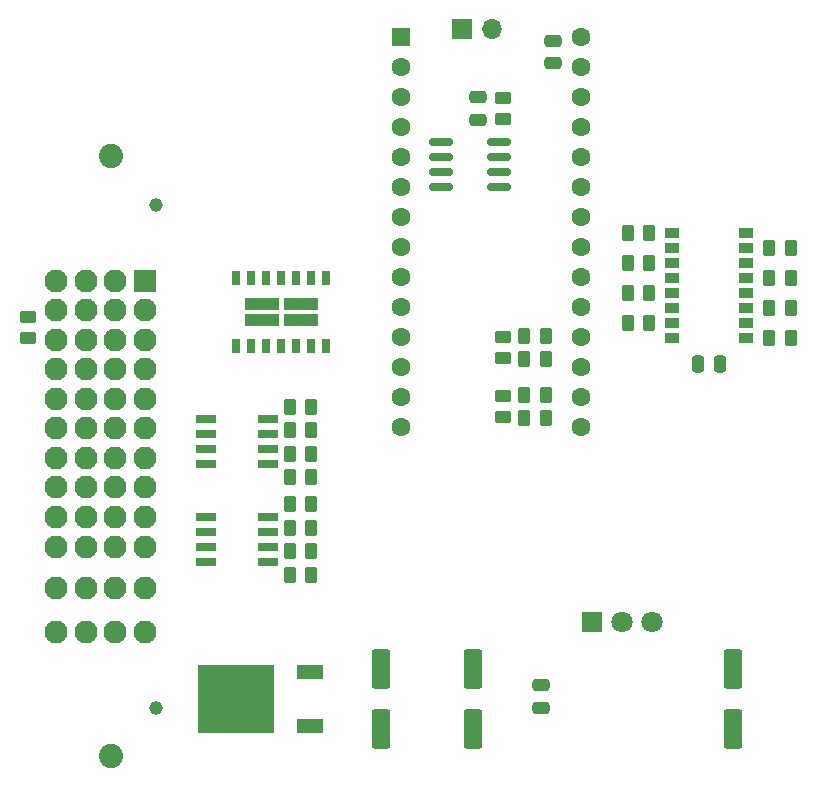
<source format=gbr>
%TF.GenerationSoftware,KiCad,Pcbnew,6.0.7+dfsg-1build1*%
%TF.CreationDate,2023-01-16T17:35:33+01:00*%
%TF.ProjectId,JoeMBMS_V2.2,4a6f654d-424d-4535-9f56-322e322e6b69,rev?*%
%TF.SameCoordinates,Original*%
%TF.FileFunction,Soldermask,Top*%
%TF.FilePolarity,Negative*%
%FSLAX46Y46*%
G04 Gerber Fmt 4.6, Leading zero omitted, Abs format (unit mm)*
G04 Created by KiCad (PCBNEW 6.0.7+dfsg-1build1) date 2023-01-16 17:35:33*
%MOMM*%
%LPD*%
G01*
G04 APERTURE LIST*
G04 Aperture macros list*
%AMRoundRect*
0 Rectangle with rounded corners*
0 $1 Rounding radius*
0 $2 $3 $4 $5 $6 $7 $8 $9 X,Y pos of 4 corners*
0 Add a 4 corners polygon primitive as box body*
4,1,4,$2,$3,$4,$5,$6,$7,$8,$9,$2,$3,0*
0 Add four circle primitives for the rounded corners*
1,1,$1+$1,$2,$3*
1,1,$1+$1,$4,$5*
1,1,$1+$1,$6,$7*
1,1,$1+$1,$8,$9*
0 Add four rect primitives between the rounded corners*
20,1,$1+$1,$2,$3,$4,$5,0*
20,1,$1+$1,$4,$5,$6,$7,0*
20,1,$1+$1,$6,$7,$8,$9,0*
20,1,$1+$1,$8,$9,$2,$3,0*%
G04 Aperture macros list end*
%ADD10RoundRect,0.250000X-0.550000X1.412500X-0.550000X-1.412500X0.550000X-1.412500X0.550000X1.412500X0*%
%ADD11RoundRect,0.250000X0.475000X-0.250000X0.475000X0.250000X-0.475000X0.250000X-0.475000X-0.250000X0*%
%ADD12RoundRect,0.249998X0.262502X0.450002X-0.262502X0.450002X-0.262502X-0.450002X0.262502X-0.450002X0*%
%ADD13R,1.193800X0.812800*%
%ADD14R,1.800000X1.800000*%
%ADD15C,1.800000*%
%ADD16R,2.200000X1.200000*%
%ADD17R,6.400000X5.800000*%
%ADD18R,1.780000X0.720000*%
%ADD19RoundRect,0.249998X0.450002X-0.262502X0.450002X0.262502X-0.450002X0.262502X-0.450002X-0.262502X0*%
%ADD20RoundRect,0.250000X0.250000X0.475000X-0.250000X0.475000X-0.250000X-0.475000X0.250000X-0.475000X0*%
%ADD21RoundRect,0.249998X-0.450002X0.262502X-0.450002X-0.262502X0.450002X-0.262502X0.450002X0.262502X0*%
%ADD22R,1.950000X1.950000*%
%ADD23C,1.950000*%
%ADD24C,1.150000*%
%ADD25C,2.050000*%
%ADD26RoundRect,0.249998X-0.262502X-0.450002X0.262502X-0.450002X0.262502X0.450002X-0.262502X0.450002X0*%
%ADD27R,0.650000X1.310000*%
%ADD28R,2.900000X1.025000*%
%ADD29RoundRect,0.250000X-0.475000X0.250000X-0.475000X-0.250000X0.475000X-0.250000X0.475000X0.250000X0*%
%ADD30R,1.600000X1.600000*%
%ADD31C,1.600000*%
%ADD32R,1.700000X1.700000*%
%ADD33O,1.700000X1.700000*%
%ADD34RoundRect,0.150000X-0.825000X-0.150000X0.825000X-0.150000X0.825000X0.150000X-0.825000X0.150000X0*%
G04 APERTURE END LIST*
D10*
%TO.C,C5*%
X132750000Y-107962500D03*
X132750000Y-113037500D03*
%TD*%
D11*
%TO.C,C6*%
X146250000Y-111250000D03*
X146250000Y-109350000D03*
%TD*%
D12*
%TO.C,R6*%
X155412500Y-78675000D03*
X153587500Y-78675000D03*
%TD*%
%TO.C,R18*%
X146662500Y-86750000D03*
X144837500Y-86750000D03*
%TD*%
D13*
%TO.C,U4*%
X163649999Y-79945000D03*
X163649999Y-78675000D03*
X163649999Y-77405000D03*
X163649999Y-76135000D03*
X163649999Y-74865000D03*
X163649999Y-73595000D03*
X163649999Y-72325000D03*
X163649999Y-71055000D03*
X157350001Y-71055000D03*
X157350001Y-72325000D03*
X157350001Y-73595000D03*
X157350001Y-74865000D03*
X157350001Y-76135000D03*
X157350001Y-77405000D03*
X157350001Y-78675000D03*
X157350001Y-79945000D03*
%TD*%
D14*
%TO.C,U3*%
X150600000Y-104000000D03*
D15*
X153140000Y-104000000D03*
X155680000Y-104000000D03*
%TD*%
D12*
%TO.C,R7*%
X155412500Y-76135000D03*
X153587500Y-76135000D03*
%TD*%
D16*
%TO.C,Q3*%
X126700000Y-112780000D03*
D17*
X120400000Y-110500000D03*
D16*
X126700000Y-108220000D03*
%TD*%
D12*
%TO.C,R9*%
X155412500Y-71055000D03*
X153587500Y-71055000D03*
%TD*%
%TO.C,R10*%
X126825000Y-100000000D03*
X125000000Y-100000000D03*
%TD*%
%TO.C,R3*%
X167412500Y-77405000D03*
X165587500Y-77405000D03*
%TD*%
D18*
%TO.C,Q2*%
X123110000Y-98905000D03*
X123110000Y-97635000D03*
X123110000Y-96365000D03*
X123110000Y-95095000D03*
X117890000Y-95095000D03*
X117890000Y-96365000D03*
X117890000Y-97635000D03*
X117890000Y-98905000D03*
%TD*%
D12*
%TO.C,R2*%
X167412500Y-79945000D03*
X165587500Y-79945000D03*
%TD*%
D19*
%TO.C,R24*%
X102800000Y-79962500D03*
X102800000Y-78137500D03*
%TD*%
D10*
%TO.C,C8*%
X140500000Y-107962500D03*
X140500000Y-113037500D03*
%TD*%
D11*
%TO.C,C2*%
X147250000Y-56700000D03*
X147250000Y-54800000D03*
%TD*%
D12*
%TO.C,R5*%
X167412500Y-72325000D03*
X165587500Y-72325000D03*
%TD*%
D20*
%TO.C,C3*%
X161450000Y-82150000D03*
X159550000Y-82150000D03*
%TD*%
D12*
%TO.C,R11*%
X126825000Y-98000000D03*
X125000000Y-98000000D03*
%TD*%
%TO.C,R13*%
X126825000Y-94000000D03*
X125000000Y-94000000D03*
%TD*%
%TO.C,R8*%
X155412500Y-73595000D03*
X153587500Y-73595000D03*
%TD*%
D19*
%TO.C,R20*%
X143000000Y-86662500D03*
X143000000Y-84837500D03*
%TD*%
D12*
%TO.C,R12*%
X126825000Y-96000000D03*
X125000000Y-96000000D03*
%TD*%
D21*
%TO.C,R23*%
X143000000Y-79837500D03*
X143000000Y-81662500D03*
%TD*%
%TO.C,R1*%
X143000000Y-59587500D03*
X143000000Y-61412500D03*
%TD*%
D10*
%TO.C,C7*%
X162500000Y-107962500D03*
X162500000Y-113037500D03*
%TD*%
D22*
%TO.C,J1*%
X112700000Y-75100000D03*
D23*
X110200000Y-75100000D03*
X107700000Y-75100000D03*
X105200000Y-75100000D03*
X112700000Y-77600000D03*
X110200000Y-77600000D03*
X107700000Y-77600000D03*
X105200000Y-77600000D03*
X112700000Y-80100000D03*
X110200000Y-80100000D03*
X107700000Y-80100000D03*
X105200000Y-80100000D03*
X112700000Y-82600000D03*
X110200000Y-82600000D03*
X107700000Y-82600000D03*
X105200000Y-82600000D03*
X112700000Y-85100000D03*
X110200000Y-85100000D03*
X107700000Y-85100000D03*
X105200000Y-85100000D03*
X112700000Y-87600000D03*
X110200000Y-87600000D03*
X107700000Y-87600000D03*
X105200000Y-87600000D03*
X112700000Y-90100000D03*
X110200000Y-90100000D03*
X107700000Y-90100000D03*
X105200000Y-90100000D03*
X112700000Y-92600000D03*
X110200000Y-92600000D03*
X107700000Y-92600000D03*
X105200000Y-92600000D03*
X112700000Y-95100000D03*
X110200000Y-95100000D03*
X107700000Y-95100000D03*
X105200000Y-95100000D03*
X112700000Y-97600000D03*
X110200000Y-97600000D03*
X107700000Y-97600000D03*
X105200000Y-97600000D03*
X112700000Y-101100000D03*
X110200000Y-101100000D03*
X107700000Y-101100000D03*
X105200000Y-101100000D03*
X112700000Y-104800000D03*
X110200000Y-104800000D03*
X107700000Y-104800000D03*
X105200000Y-104800000D03*
D24*
X113700000Y-68650000D03*
X113700000Y-111250000D03*
D25*
X109850000Y-64550000D03*
X109850000Y-115350000D03*
%TD*%
D12*
%TO.C,R4*%
X167412500Y-74865000D03*
X165587500Y-74865000D03*
%TD*%
%TO.C,R21*%
X146662500Y-79750000D03*
X144837500Y-79750000D03*
%TD*%
D26*
%TO.C,R22*%
X144837500Y-81750000D03*
X146662500Y-81750000D03*
%TD*%
D12*
%TO.C,R15*%
X126825000Y-89750000D03*
X125000000Y-89750000D03*
%TD*%
D18*
%TO.C,Q1*%
X123110000Y-90655000D03*
X123110000Y-89385000D03*
X123110000Y-88115000D03*
X123110000Y-86845000D03*
X117890000Y-86845000D03*
X117890000Y-88115000D03*
X117890000Y-89385000D03*
X117890000Y-90655000D03*
%TD*%
D12*
%TO.C,R14*%
X126825000Y-91750000D03*
X125000000Y-91750000D03*
%TD*%
%TO.C,R17*%
X126825000Y-85750000D03*
X125000000Y-85750000D03*
%TD*%
%TO.C,R16*%
X126825000Y-87750000D03*
X125000000Y-87750000D03*
%TD*%
D27*
%TO.C,S1*%
X120440000Y-80595000D03*
X121710000Y-80595000D03*
X122980000Y-80595000D03*
X124250000Y-80595000D03*
X125520000Y-80595000D03*
X126790000Y-80595000D03*
X128060000Y-80595000D03*
X128060000Y-74905000D03*
X126790000Y-74905000D03*
X125520000Y-74905000D03*
X124250000Y-74905000D03*
X122980000Y-74905000D03*
X121710000Y-74905000D03*
X120440000Y-74905000D03*
D28*
X125900000Y-77037500D03*
X125900000Y-78462500D03*
X122600000Y-78462500D03*
X122600000Y-77037500D03*
%TD*%
D29*
%TO.C,C1*%
X140900000Y-59550000D03*
X140900000Y-61450000D03*
%TD*%
D26*
%TO.C,R19*%
X144837500Y-84750000D03*
X146662500Y-84750000D03*
%TD*%
D30*
%TO.C,U1*%
X134380000Y-54490000D03*
D31*
X134380000Y-57030000D03*
X134380000Y-59570000D03*
X134380000Y-62110000D03*
X134380000Y-64650000D03*
X134380000Y-67190000D03*
X134380000Y-69730000D03*
X134380000Y-72270000D03*
X134380000Y-74810000D03*
X134380000Y-77350000D03*
X134380000Y-79890000D03*
X134380000Y-82430000D03*
X134380000Y-84970000D03*
X134380000Y-87510000D03*
X149620000Y-87510000D03*
X149620000Y-84970000D03*
X149620000Y-82430000D03*
X149620000Y-79890000D03*
X149620000Y-77350000D03*
X149620000Y-74810000D03*
X149620000Y-72270000D03*
X149620000Y-69730000D03*
X149620000Y-67190000D03*
X149620000Y-64650000D03*
X149620000Y-62110000D03*
X149620000Y-59570000D03*
X149620000Y-57030000D03*
X149620000Y-54490000D03*
%TD*%
D32*
%TO.C,REF\u002A\u002A*%
X139550000Y-53775000D03*
D33*
X142090000Y-53775000D03*
%TD*%
D34*
%TO.C,U2*%
X137750000Y-63345000D03*
X137750000Y-64615000D03*
X137750000Y-65885000D03*
X137750000Y-67155000D03*
X142700000Y-67155000D03*
X142700000Y-65885000D03*
X142700000Y-64615000D03*
X142700000Y-63345000D03*
%TD*%
M02*

</source>
